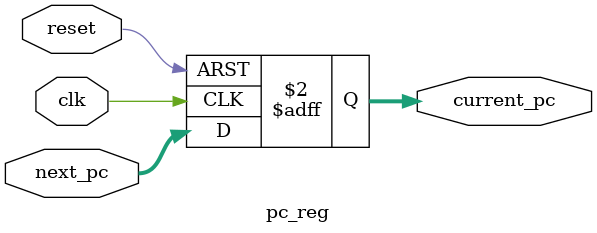
<source format=v>
module pc_reg #(
    parameter WIDTH = 32
)(
    input [WIDTH-1:0] next_pc,
    input reset,
    input clk,
    output reg [WIDTH-1:0] current_pc
);

    always @(posedge clk or posedge reset) begin
        if (reset)
            current_pc <= {WIDTH{1'b0}};
        else
            current_pc <= next_pc;
    end

endmodule

</source>
